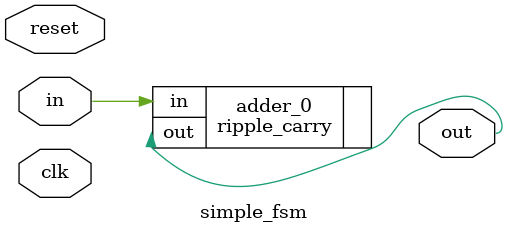
<source format=v>
module simple_fsm(clk, reset, in, out);
input clk;
input reset;
input in;
output out;
wire out;
reg present_state, next_state;
// In state 0, if in=1, stay in state 0. In state 0, if in=0, go to state 1
// In state 1, if in=1, stay in state 1. In state 1, if in=0, go to state 0
// out=1 in state 0 and out=0 in state 1
ripple_carry adder_0(.in(in), .out(out));
always @(posedge clk, posedge reset)
if (reset)
present_state <= 0;
else
present_state <= next_state;
always @(present_state or in)
case (present_state)
0 : next_state = in ? 0 : 1;
1 : next_state = in ? 0 : 0;
default : next_state = present_state;
endcase
endmodule

</source>
